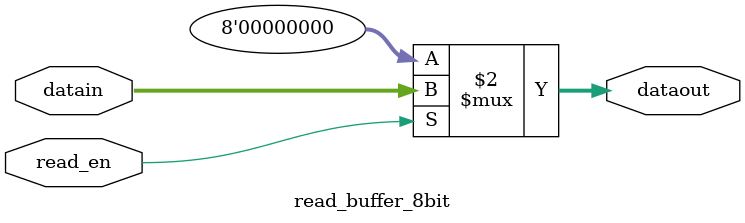
<source format=v>
module read_buffer_8bit(input read_en,
						      input [7:0]datain,
								
								output [7:0]dataout);
								
assign dataout = (read_en == 1) ? datain:
					   8'd0;
						  
endmodule

</source>
